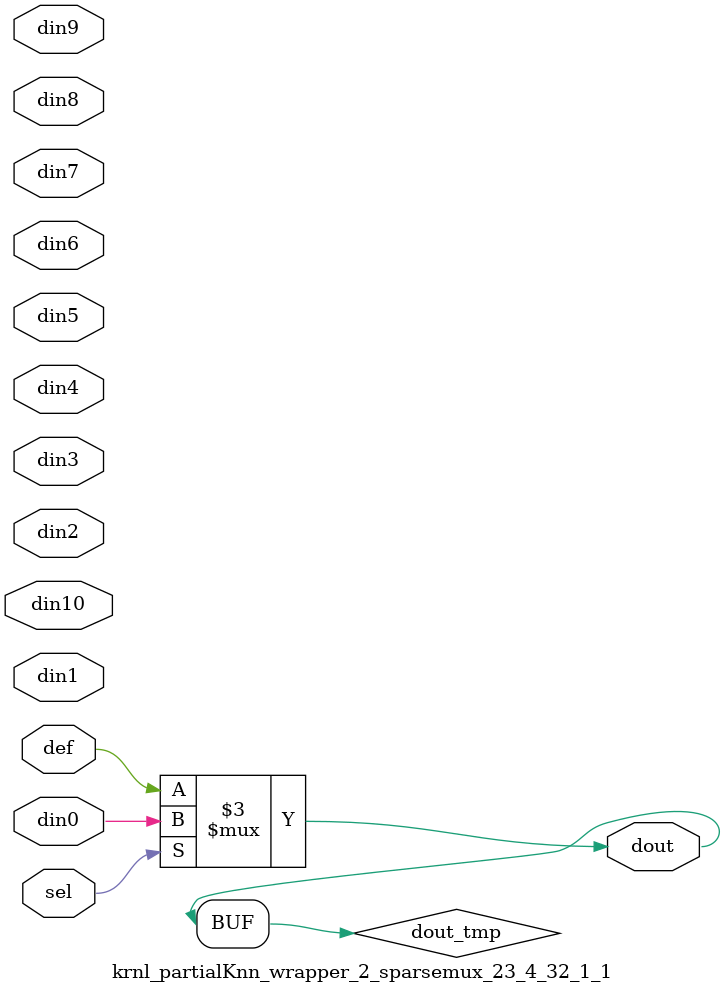
<source format=v>
`timescale 1ns / 1ps

module krnl_partialKnn_wrapper_2_sparsemux_23_4_32_1_1 (din0,din1,din2,din3,din4,din5,din6,din7,din8,din9,din10,def,sel,dout);

parameter din0_WIDTH = 1;

parameter din1_WIDTH = 1;

parameter din2_WIDTH = 1;

parameter din3_WIDTH = 1;

parameter din4_WIDTH = 1;

parameter din5_WIDTH = 1;

parameter din6_WIDTH = 1;

parameter din7_WIDTH = 1;

parameter din8_WIDTH = 1;

parameter din9_WIDTH = 1;

parameter din10_WIDTH = 1;

parameter def_WIDTH = 1;
parameter sel_WIDTH = 1;
parameter dout_WIDTH = 1;

parameter [sel_WIDTH-1:0] CASE0 = 1;

parameter [sel_WIDTH-1:0] CASE1 = 1;

parameter [sel_WIDTH-1:0] CASE2 = 1;

parameter [sel_WIDTH-1:0] CASE3 = 1;

parameter [sel_WIDTH-1:0] CASE4 = 1;

parameter [sel_WIDTH-1:0] CASE5 = 1;

parameter [sel_WIDTH-1:0] CASE6 = 1;

parameter [sel_WIDTH-1:0] CASE7 = 1;

parameter [sel_WIDTH-1:0] CASE8 = 1;

parameter [sel_WIDTH-1:0] CASE9 = 1;

parameter [sel_WIDTH-1:0] CASE10 = 1;

parameter ID = 1;
parameter NUM_STAGE = 1;



input [din0_WIDTH-1:0] din0;

input [din1_WIDTH-1:0] din1;

input [din2_WIDTH-1:0] din2;

input [din3_WIDTH-1:0] din3;

input [din4_WIDTH-1:0] din4;

input [din5_WIDTH-1:0] din5;

input [din6_WIDTH-1:0] din6;

input [din7_WIDTH-1:0] din7;

input [din8_WIDTH-1:0] din8;

input [din9_WIDTH-1:0] din9;

input [din10_WIDTH-1:0] din10;

input [def_WIDTH-1:0] def;
input [sel_WIDTH-1:0] sel;

output [dout_WIDTH-1:0] dout;



reg [dout_WIDTH-1:0] dout_tmp;

always @ (*) begin
case (sel)
    
    CASE0 : dout_tmp = din0;
    
    CASE1 : dout_tmp = din1;
    
    CASE2 : dout_tmp = din2;
    
    CASE3 : dout_tmp = din3;
    
    CASE4 : dout_tmp = din4;
    
    CASE5 : dout_tmp = din5;
    
    CASE6 : dout_tmp = din6;
    
    CASE7 : dout_tmp = din7;
    
    CASE8 : dout_tmp = din8;
    
    CASE9 : dout_tmp = din9;
    
    CASE10 : dout_tmp = din10;
    
    default : dout_tmp = def;
endcase
end


assign dout = dout_tmp;



endmodule

</source>
